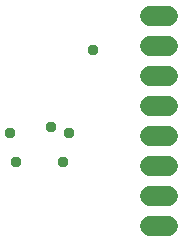
<source format=gbr>
G04 EAGLE Gerber X2 export*
%TF.Part,Single*%
%TF.FileFunction,Soldermask,Bot,1*%
%TF.FilePolarity,Negative*%
%TF.GenerationSoftware,Autodesk,EAGLE,8.7.1*%
%TF.CreationDate,2018-04-13T05:08:31Z*%
G75*
%MOMM*%
%FSLAX34Y34*%
%LPD*%
%AMOC8*
5,1,8,0,0,1.08239X$1,22.5*%
G01*
%ADD10C,1.727200*%
%ADD11C,0.959600*%


D10*
X174020Y36200D02*
X158780Y36200D01*
X158780Y61600D02*
X174020Y61600D01*
X174020Y87000D02*
X158780Y87000D01*
X158780Y112400D02*
X174020Y112400D01*
X174020Y137800D02*
X158780Y137800D01*
X158780Y163200D02*
X174020Y163200D01*
X174020Y188600D02*
X158780Y188600D01*
X158780Y214000D02*
X174020Y214000D01*
D11*
X45000Y90000D03*
X85000Y90000D03*
X40000Y115000D03*
X110000Y185000D03*
X75000Y120000D03*
X90000Y115000D03*
M02*

</source>
